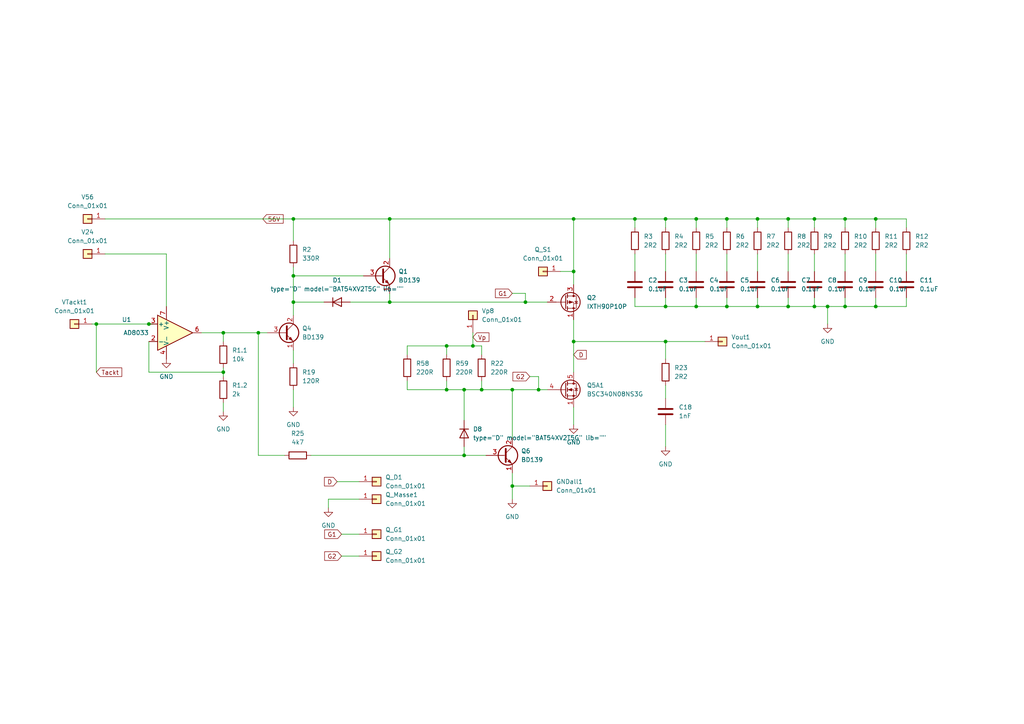
<source format=kicad_sch>
(kicad_sch (version 20230121) (generator eeschema)
  (paper "A4")
  (lib_symbols
    (symbol "Amplifier_Operational:AD8001AR" (pin_names (offset 0.127))
      (property "Reference" "U" (at 0 6.35 0))
      (property "Value" "AD8001AR" (at 0 3.81 0))
      (symbol "AD8001AR_0_1"
        (polyline (pts (xy -5.08 5.08) (xy 5.08 0) (xy -5.08 -5.08) (xy -5.08 5.08)) (stroke (width 0.254)) (fill (type background)))
      )
      (symbol "AD8001AR_1_1"
        (pin no_connect line (at -2.54 2.54 270) (length 2.54) hide (name "NC") (number "1"))
        (pin input line (at -7.62 -2.54 0) (length 2.54) (name "-") (number "2"))
        (pin input line (at -7.62 2.54 0) (length 2.54) (name "+") (number "3"))
        (pin power_in line (at -2.54 -7.62 90) (length 3.81) (name "V-") (number "4"))
        (pin no_connect line (at 0 2.54 270) (length 2.54) hide (name "NC") (number "5"))
        (pin output line (at 7.62 0 180) (length 2.54) (name "~") (number "6"))
        (pin power_in line (at -2.54 7.62 270) (length 3.81) (name "V+") (number "7"))
        (pin no_connect line (at 0 -2.54 90) (length 2.54) hide (name "NC") (number "8"))
      )
    )
    (symbol "Connector_Generic:Conn_01x01" (pin_names (offset 1.016) hide)
      (property "Reference" "J" (at 0 2.54 0))
      (property "Value" "Conn_01x01" (at 0 -2.54 0))
      (symbol "Conn_01x01_1_1"
        (rectangle (start -1.27 0.127) (end 0 -0.127) (stroke (width 0.1524)))
        (rectangle (start -1.27 1.27) (end 1.27 -1.27) (stroke (width 0.254)) (fill (type background)))
        (pin passive line (at -5.08 0 0) (length 3.81) (name "Pin_1") (number "1"))
      )
    )
    (symbol "Device:C" (pin_numbers hide) (pin_names (offset 0.254))
      (property "Reference" "C" (at 0.635 2.54 0))
      (property "Value" "C" (at 0.635 -2.54 0))
      (symbol "C_0_1"
        (polyline (pts (xy -2.032 -0.762) (xy 2.032 -0.762)) (stroke (width 0.508)))
        (polyline (pts (xy -2.032 0.762) (xy 2.032 0.762)) (stroke (width 0.508)))
      )
      (symbol "C_1_1"
        (pin passive line (at 0 3.81 270) (length 2.794) (name "~") (number "1"))
        (pin passive line (at 0 -3.81 90) (length 2.794) (name "~") (number "2"))
      )
    )
    (symbol "Device:Q_PMOS_SGD" (pin_names (offset 0) hide)
      (property "Reference" "Q" (at 5.08 1.27 0))
      (property "Value" "Q_PMOS_SGD" (at 5.08 -1.27 0))
      (symbol "Q_PMOS_SGD_0_1"
        (polyline (pts (xy 0.254 0) (xy -2.54 0)))
        (polyline (pts (xy 0.254 1.905) (xy 0.254 -1.905)) (stroke (width 0.254)))
        (polyline (pts (xy 0.762 -1.27) (xy 0.762 -2.286)) (stroke (width 0.254)))
        (polyline (pts (xy 0.762 0.508) (xy 0.762 -0.508)) (stroke (width 0.254)))
        (polyline (pts (xy 0.762 2.286) (xy 0.762 1.27)) (stroke (width 0.254)))
        (polyline (pts (xy 2.54 2.54) (xy 2.54 1.778)))
        (polyline (pts (xy 2.54 -2.54) (xy 2.54 0) (xy 0.762 0)))
        (polyline (pts (xy 0.762 1.778) (xy 3.302 1.778) (xy 3.302 -1.778) (xy 0.762 -1.778)))
        (polyline (pts (xy 2.286 0) (xy 1.27 0.381) (xy 1.27 -0.381) (xy 2.286 0)) (fill (type outline)))
        (polyline (pts (xy 2.794 -0.508) (xy 2.921 -0.381) (xy 3.683 -0.381) (xy 3.81 -0.254)))
        (polyline (pts (xy 3.302 -0.381) (xy 2.921 0.254) (xy 3.683 0.254) (xy 3.302 -0.381)))
        (circle (center 1.651 0) (radius 2.794) (stroke (width 0.254)))
        (circle (center 2.54 -1.778) (radius 0.254) (fill (type outline)))
        (circle (center 2.54 1.778) (radius 0.254) (fill (type outline)))
      )
      (symbol "Q_PMOS_SGD_1_1"
        (pin passive line (at 2.54 -5.08 90) (length 2.54) (name "S") (number "1"))
        (pin input line (at -5.08 0 0) (length 2.54) (name "G") (number "2"))
        (pin passive line (at 2.54 5.08 270) (length 2.54) (name "D") (number "3"))
      )
    )
    (symbol "Device:R" (pin_numbers hide) (pin_names (offset 0))
      (property "Reference" "R" (at 2.032 0 90))
      (property "Value" "R" (at 0 0 90))
      (symbol "R_0_1"
        (rectangle (start -1.016 -2.54) (end 1.016 2.54) (stroke (width 0.254)))
      )
      (symbol "R_1_1"
        (pin passive line (at 0 3.81 270) (length 1.27) (name "~") (number "1"))
        (pin passive line (at 0 -3.81 90) (length 1.27) (name "~") (number "2"))
      )
    )
    (symbol "Simulation_SPICE:DIODE" (pin_numbers hide) (pin_names (offset 1.016) hide)
      (property "Reference" "D" (at 0 2.54 0))
      (property "Value" "DIODE" (at 0 -2.54 0))
      (symbol "DIODE_0_1"
        (polyline (pts (xy 1.27 0) (xy -1.27 0)))
        (polyline (pts (xy 1.27 1.27) (xy 1.27 -1.27)) (stroke (width 0.254)))
        (polyline (pts (xy -1.27 -1.27) (xy -1.27 1.27) (xy 1.27 0) (xy -1.27 -1.27)) (stroke (width 0.254)))
      )
      (symbol "DIODE_1_1"
        (pin passive line (at -3.81 0 0) (length 2.54) (name "A") (number "1"))
        (pin passive line (at 3.81 0 180) (length 2.54) (name "K") (number "2"))
      )
    )
    (symbol "Transistor_BJT:BD139" (pin_names (offset 0) hide)
      (property "Reference" "Q" (at 5.08 1.905 0))
      (property "Value" "BD139" (at 5.08 0 0))
      (symbol "BD139_0_1"
        (polyline (pts (xy 0 0) (xy 0.635 0)))
        (polyline (pts (xy 2.54 -2.54) (xy 0.635 -0.635)))
        (polyline (pts (xy 2.54 2.54) (xy 0.635 0.635)))
        (polyline (pts (xy 0.635 1.905) (xy 0.635 -1.905) (xy 0.635 -1.905)) (stroke (width 0.508)) (fill (type outline)))
        (polyline (pts (xy 1.2446 -1.778) (xy 1.7526 -1.27) (xy 2.286 -2.286) (xy 1.2446 -1.778) (xy 1.2446 -1.778)) (fill (type outline)))
        (circle (center 1.27 0) (radius 2.8194) (stroke (width 0.3048)))
      )
      (symbol "BD139_1_1"
        (pin passive line (at 2.54 -5.08 90) (length 2.54) (name "E") (number "1"))
        (pin passive line (at 2.54 5.08 270) (length 2.54) (name "C") (number "2"))
        (pin input line (at -5.08 0 0) (length 5.08) (name "B") (number "3"))
      )
    )
    (symbol "Transistor_FET:BSC340N08NS3G" (pin_names hide)
      (property "Reference" "Q" (at 5.08 1.905 0))
      (property "Value" "BSC340N08NS3G" (at 5.08 0 0))
      (symbol "BSC340N08NS3G_0_1"
        (polyline (pts (xy 0.254 0) (xy -2.54 0)))
        (polyline (pts (xy 0.254 1.905) (xy 0.254 -1.905)) (stroke (width 0.254)))
        (polyline (pts (xy 0.762 -1.27) (xy 0.762 -2.286)) (stroke (width 0.254)))
        (polyline (pts (xy 0.762 0.508) (xy 0.762 -0.508)) (stroke (width 0.254)))
        (polyline (pts (xy 0.762 2.286) (xy 0.762 1.27)) (stroke (width 0.254)))
        (polyline (pts (xy 2.54 2.54) (xy 2.54 1.778)))
        (polyline (pts (xy 2.54 -2.54) (xy 2.54 0) (xy 0.762 0)))
        (polyline (pts (xy 0.762 -1.778) (xy 3.302 -1.778) (xy 3.302 1.778) (xy 0.762 1.778)))
        (polyline (pts (xy 1.016 0) (xy 2.032 0.381) (xy 2.032 -0.381) (xy 1.016 0)) (fill (type outline)))
        (polyline (pts (xy 2.794 0.508) (xy 2.921 0.381) (xy 3.683 0.381) (xy 3.81 0.254)))
        (polyline (pts (xy 3.302 0.381) (xy 2.921 -0.254) (xy 3.683 -0.254) (xy 3.302 0.381)))
        (circle (center 1.651 0) (radius 2.794) (stroke (width 0.254)))
        (circle (center 2.54 -1.778) (radius 0.254) (fill (type outline)))
        (circle (center 2.54 1.778) (radius 0.254) (fill (type outline)))
      )
      (symbol "BSC340N08NS3G_1_1"
        (pin passive line (at 2.54 -5.08 90) (length 2.54) (name "S") (number "1"))
        (pin passive line (at 2.54 -5.08 90) (length 2.54) hide (name "S") (number "2"))
        (pin passive line (at 2.54 -5.08 90) (length 2.54) hide (name "S") (number "3"))
        (pin passive line (at -5.08 0 0) (length 2.54) (name "G") (number "4"))
        (pin passive line (at 2.54 5.08 270) (length 2.54) (name "D") (number "5"))
      )
    )
    (symbol "power:GND" (power) (pin_names (offset 0))
      (property "Value" "GND" (at 0 -3.81 0))
      (symbol "GND_0_1"
        (polyline (pts (xy 0 0) (xy 0 -1.27) (xy 1.27 -1.27) (xy 0 -2.54) (xy -1.27 -1.27) (xy 0 -1.27)))
      )
      (symbol "GND_1_1"
        (pin power_in line (at 0 0 270) (length 0) hide (name "GND") (number "1"))
      )
    )
  )
  (junction (at 254 88.9))
  (junction (at 219.71 88.9))
  (junction (at 156.21 113.03))
  (junction (at 166.37 63.5))
  (junction (at 148.59 140.97))
  (junction (at 85.09 87.63))
  (junction (at 166.37 78.74))
  (junction (at 64.77 96.52))
  (junction (at 236.22 63.5))
  (junction (at 193.04 88.9))
  (junction (at 134.62 132.08))
  (junction (at 113.03 87.63))
  (junction (at 228.6 88.9))
  (junction (at 236.22 88.9))
  (junction (at 27.94 93.98))
  (junction (at 245.11 63.5))
  (junction (at 219.71 63.5))
  (junction (at 85.09 80.01))
  (junction (at 201.93 63.5))
  (junction (at 139.7 113.03))
  (junction (at 166.37 99.06))
  (junction (at 184.15 63.5))
  (junction (at 193.04 63.5))
  (junction (at 210.82 88.9))
  (junction (at 113.03 63.5))
  (junction (at 148.59 113.03))
  (junction (at 85.09 63.5))
  (junction (at 245.11 88.9))
  (junction (at 193.04 99.06))
  (junction (at 137.16 100.33))
  (junction (at 254 63.5))
  (junction (at 74.93 96.52))
  (junction (at 201.93 88.9))
  (junction (at 64.77 107.95))
  (junction (at 240.03 88.9))
  (junction (at 129.54 113.03))
  (junction (at 210.82 63.5))
  (junction (at 152.4 87.63))
  (junction (at 134.62 113.03))
  (junction (at 129.54 100.33))
  (junction (at 43.18 93.98))
  (junction (at 228.6 63.5))
  (wire (pts (xy 148.59 85.09) (xy 152.4 85.09)))
  (wire (pts (xy 85.09 77.47) (xy 85.09 80.01)))
  (wire (pts (xy 85.09 63.5) (xy 85.09 69.85)))
  (wire (pts (xy 201.93 63.5) (xy 193.04 63.5)))
  (wire (pts (xy 134.62 129.54) (xy 134.62 132.08)))
  (wire (pts (xy 113.03 87.63) (xy 152.4 87.63)))
  (wire (pts (xy 113.03 63.5) (xy 113.03 74.93)))
  (wire (pts (xy 228.6 73.66) (xy 228.6 78.74)))
  (wire (pts (xy 156.21 109.22) (xy 156.21 113.03)))
  (wire (pts (xy 236.22 86.36) (xy 236.22 88.9)))
  (wire (pts (xy 262.89 63.5) (xy 254 63.5)))
  (wire (pts (xy 184.15 88.9) (xy 193.04 88.9)))
  (wire (pts (xy 134.62 132.08) (xy 140.97 132.08)))
  (wire (pts (xy 240.03 88.9) (xy 245.11 88.9)))
  (wire (pts (xy 228.6 88.9) (xy 236.22 88.9)))
  (wire (pts (xy 184.15 73.66) (xy 184.15 78.74)))
  (wire (pts (xy 156.21 113.03) (xy 158.75 113.03)))
  (wire (pts (xy 236.22 88.9) (xy 240.03 88.9)))
  (wire (pts (xy 166.37 63.5) (xy 113.03 63.5)))
  (wire (pts (xy 43.18 107.95) (xy 64.77 107.95)))
  (wire (pts (xy 193.04 88.9) (xy 201.93 88.9)))
  (wire (pts (xy 193.04 123.19) (xy 193.04 129.54)))
  (wire (pts (xy 254 88.9) (xy 262.89 88.9)))
  (wire (pts (xy 193.04 104.14) (xy 193.04 99.06)))
  (wire (pts (xy 85.09 87.63) (xy 93.98 87.63)))
  (wire (pts (xy 99.06 154.94) (xy 104.14 154.94)))
  (wire (pts (xy 139.7 100.33) (xy 139.7 102.87)))
  (wire (pts (xy 245.11 86.36) (xy 245.11 88.9)))
  (wire (pts (xy 85.09 63.5) (xy 113.03 63.5)))
  (wire (pts (xy 254 63.5) (xy 254 66.04)))
  (wire (pts (xy 97.79 139.7) (xy 104.14 139.7)))
  (wire (pts (xy 74.93 96.52) (xy 77.47 96.52)))
  (wire (pts (xy 82.55 132.08) (xy 74.93 132.08)))
  (wire (pts (xy 219.71 86.36) (xy 219.71 88.9)))
  (wire (pts (xy 95.25 144.78) (xy 104.14 144.78)))
  (wire (pts (xy 236.22 73.66) (xy 236.22 78.74)))
  (wire (pts (xy 43.18 99.06) (xy 43.18 107.95)))
  (wire (pts (xy 166.37 63.5) (xy 184.15 63.5)))
  (wire (pts (xy 245.11 63.5) (xy 236.22 63.5)))
  (wire (pts (xy 148.59 113.03) (xy 148.59 127)))
  (wire (pts (xy 148.59 137.16) (xy 148.59 140.97)))
  (wire (pts (xy 148.59 140.97) (xy 153.67 140.97)))
  (wire (pts (xy 210.82 63.5) (xy 210.82 66.04)))
  (wire (pts (xy 210.82 88.9) (xy 219.71 88.9)))
  (wire (pts (xy 134.62 113.03) (xy 129.54 113.03)))
  (wire (pts (xy 148.59 140.97) (xy 148.59 144.78)))
  (wire (pts (xy 193.04 63.5) (xy 184.15 63.5)))
  (wire (pts (xy 129.54 110.49) (xy 129.54 113.03)))
  (wire (pts (xy 219.71 88.9) (xy 228.6 88.9)))
  (wire (pts (xy 139.7 113.03) (xy 134.62 113.03)))
  (wire (pts (xy 193.04 73.66) (xy 193.04 78.74)))
  (wire (pts (xy 166.37 99.06) (xy 166.37 107.95)))
  (wire (pts (xy 228.6 86.36) (xy 228.6 88.9)))
  (wire (pts (xy 148.59 113.03) (xy 156.21 113.03)))
  (wire (pts (xy 193.04 63.5) (xy 193.04 66.04)))
  (wire (pts (xy 152.4 85.09) (xy 152.4 87.63)))
  (wire (pts (xy 201.93 86.36) (xy 201.93 88.9)))
  (wire (pts (xy 129.54 100.33) (xy 137.16 100.33)))
  (wire (pts (xy 166.37 63.5) (xy 166.37 78.74)))
  (wire (pts (xy 254 73.66) (xy 254 78.74)))
  (wire (pts (xy 210.82 63.5) (xy 201.93 63.5)))
  (wire (pts (xy 85.09 87.63) (xy 85.09 91.44)))
  (wire (pts (xy 134.62 113.03) (xy 134.62 121.92)))
  (wire (pts (xy 64.77 106.68) (xy 64.77 107.95)))
  (wire (pts (xy 201.93 88.9) (xy 210.82 88.9)))
  (wire (pts (xy 245.11 88.9) (xy 254 88.9)))
  (wire (pts (xy 27.94 93.98) (xy 43.18 93.98)))
  (wire (pts (xy 113.03 85.09) (xy 113.03 87.63)))
  (wire (pts (xy 245.11 63.5) (xy 245.11 66.04)))
  (wire (pts (xy 139.7 110.49) (xy 139.7 113.03)))
  (wire (pts (xy 262.89 88.9) (xy 262.89 86.36)))
  (wire (pts (xy 262.89 73.66) (xy 262.89 78.74)))
  (wire (pts (xy 27.94 93.98) (xy 27.94 107.95)))
  (wire (pts (xy 193.04 86.36) (xy 193.04 88.9)))
  (wire (pts (xy 137.16 100.33) (xy 139.7 100.33)))
  (wire (pts (xy 64.77 96.52) (xy 64.77 99.06)))
  (wire (pts (xy 26.67 93.98) (xy 27.94 93.98)))
  (wire (pts (xy 118.11 102.87) (xy 118.11 100.33)))
  (wire (pts (xy 85.09 101.6) (xy 85.09 105.41)))
  (wire (pts (xy 254 86.36) (xy 254 88.9)))
  (wire (pts (xy 90.17 132.08) (xy 134.62 132.08)))
  (wire (pts (xy 99.06 161.29) (xy 104.14 161.29)))
  (wire (pts (xy 193.04 99.06) (xy 204.47 99.06)))
  (wire (pts (xy 58.42 96.52) (xy 64.77 96.52)))
  (wire (pts (xy 48.26 73.66) (xy 48.26 88.9)))
  (wire (pts (xy 228.6 63.5) (xy 228.6 66.04)))
  (wire (pts (xy 129.54 113.03) (xy 118.11 113.03)))
  (wire (pts (xy 139.7 113.03) (xy 148.59 113.03)))
  (wire (pts (xy 85.09 113.03) (xy 85.09 118.11)))
  (wire (pts (xy 85.09 80.01) (xy 85.09 87.63)))
  (wire (pts (xy 166.37 92.71) (xy 166.37 99.06)))
  (wire (pts (xy 166.37 118.11) (xy 166.37 123.19)))
  (wire (pts (xy 118.11 110.49) (xy 118.11 113.03)))
  (wire (pts (xy 137.16 96.52) (xy 137.16 100.33)))
  (wire (pts (xy 210.82 86.36) (xy 210.82 88.9)))
  (wire (pts (xy 152.4 87.63) (xy 158.75 87.63)))
  (wire (pts (xy 30.48 73.66) (xy 48.26 73.66)))
  (wire (pts (xy 64.77 96.52) (xy 74.93 96.52)))
  (wire (pts (xy 95.25 147.32) (xy 95.25 144.78)))
  (wire (pts (xy 64.77 116.84) (xy 64.77 119.38)))
  (wire (pts (xy 74.93 96.52) (xy 74.93 132.08)))
  (wire (pts (xy 166.37 99.06) (xy 193.04 99.06)))
  (wire (pts (xy 184.15 86.36) (xy 184.15 88.9)))
  (wire (pts (xy 254 63.5) (xy 245.11 63.5)))
  (wire (pts (xy 201.93 73.66) (xy 201.93 78.74)))
  (wire (pts (xy 101.6 87.63) (xy 113.03 87.63)))
  (wire (pts (xy 162.56 78.74) (xy 166.37 78.74)))
  (wire (pts (xy 30.48 63.5) (xy 85.09 63.5)))
  (wire (pts (xy 64.77 107.95) (xy 64.77 109.22)))
  (wire (pts (xy 129.54 100.33) (xy 129.54 102.87)))
  (wire (pts (xy 245.11 73.66) (xy 245.11 78.74)))
  (wire (pts (xy 262.89 66.04) (xy 262.89 63.5)))
  (wire (pts (xy 85.09 80.01) (xy 105.41 80.01)))
  (wire (pts (xy 236.22 63.5) (xy 228.6 63.5)))
  (wire (pts (xy 44.45 93.98) (xy 43.18 93.98)))
  (wire (pts (xy 166.37 78.74) (xy 166.37 82.55)))
  (wire (pts (xy 236.22 63.5) (xy 236.22 66.04)))
  (wire (pts (xy 184.15 63.5) (xy 184.15 66.04)))
  (wire (pts (xy 219.71 63.5) (xy 219.71 66.04)))
  (wire (pts (xy 193.04 111.76) (xy 193.04 115.57)))
  (wire (pts (xy 201.93 63.5) (xy 201.93 66.04)))
  (wire (pts (xy 210.82 73.66) (xy 210.82 78.74)))
  (wire (pts (xy 219.71 73.66) (xy 219.71 78.74)))
  (wire (pts (xy 118.11 100.33) (xy 129.54 100.33)))
  (wire (pts (xy 240.03 88.9) (xy 240.03 93.98)))
  (wire (pts (xy 153.67 109.22) (xy 156.21 109.22)))
  (wire (pts (xy 219.71 63.5) (xy 210.82 63.5)))
  (wire (pts (xy 228.6 63.5) (xy 219.71 63.5)))
  (global_label "G1" (shape input) (at 148.59 85.09 180) (property "Intersheetrefs" "${INTERSHEET_REFS}" (effects hide)))
  (global_label "Vp" (shape input) (at 137.16 97.79 0) (property "Intersheetrefs" "${INTERSHEET_REFS}" (effects hide)))
  (global_label "G1" (shape input) (at 99.06 154.94 180) (property "Intersheetrefs" "${INTERSHEET_REFS}" (effects hide)))
  (global_label "56V" (shape input) (at 76.2 63.5 0) (property "Intersheetrefs" "${INTERSHEET_REFS}" (effects hide)))
  (global_label "G2" (shape input) (at 99.06 161.29 180) (property "Intersheetrefs" "${INTERSHEET_REFS}" (effects hide)))
  (global_label "D" (shape input) (at 166.37 102.87 0) (property "Intersheetrefs" "${INTERSHEET_REFS}" (effects hide)))
  (global_label "G2" (shape input) (at 153.67 109.22 180) (property "Intersheetrefs" "${INTERSHEET_REFS}" (effects hide)))
  (global_label "Tackt" (shape input) (at 27.94 107.95 0) (property "Intersheetrefs" "${INTERSHEET_REFS}" (effects hide)))
  (global_label "D" (shape input) (at 97.79 139.7 180) (property "Intersheetrefs" "${INTERSHEET_REFS}" (effects hide)))
  (symbol (lib_id "Transistor_BJT:BD139") (at 82.55 96.52 0) (unit 1)
    (property "Reference" "Q4" (at 87.63 95.2499 0) (effects (justify left)))
    (property "Value" "BD139" (at 87.63 97.7899 0) (effects (justify left)))
    (property "Footprint" "Package_TO_SOT_THT:TO-126-3_Vertical" (effects hide))
    (property "Datasheet" "http://www.st.com/internet/com/TECHNICAL_RESOURCES/TECHNICAL_LITERATURE/DATASHEET/CD00001225.pdf" (effects hide))
  )
  (symbol (lib_id "Connector_Generic:Conn_01x01") (at 157.48 78.74 180) (unit 1)
    (property "Reference" "Q_S1" (at 157.48 72.39 0))
    (property "Value" "Conn_01x01" (at 157.48 74.93 0))
    (property "Footprint" "Connector_PinHeader_2.54mm:PinHeader_1x01_P2.54mm_Vertical" (effects hide))
  )
  (symbol (lib_id "Connector_Generic:Conn_01x01") (at 21.59 93.98 180) (unit 1)
    (property "Reference" "VTackt1" (at 21.59 87.63 0))
    (property "Value" "Conn_01x01" (at 21.59 90.17 0))
    (property "Footprint" "Connector:Banana_Jack_1Pin" (effects hide))
  )
  (symbol (lib_id "power:GND") (at 48.26 104.14 0) (unit 1)
    (property "Reference" "#PWR01" (effects hide))
    (property "Value" "GND" (at 48.26 109.22 0))
  )
  (symbol (lib_id "Device:C") (at 254 82.55 0) (unit 1)
    (property "Reference" "C10" (at 257.81 81.2799 0) (effects (justify left)))
    (property "Value" "0.1uF" (at 257.81 83.8199 0) (effects (justify left)))
    (property "Footprint" "Capacitor_SMD:C_0805_2012Metric" (effects hide))
  )
  (symbol (lib_id "Connector_Generic:Conn_01x01") (at 109.22 139.7 0) (unit 1)
    (property "Reference" "Q_D1" (at 111.76 138.4299 0) (effects (justify left)))
    (property "Value" "Conn_01x01" (at 111.76 140.9699 0) (effects (justify left)))
    (property "Footprint" "Connector_PinHeader_2.54mm:PinHeader_1x01_P2.54mm_Vertical" (effects hide))
  )
  (symbol (lib_id "Device:C") (at 228.6 82.55 0) (unit 1)
    (property "Reference" "C7" (at 232.41 81.2799 0) (effects (justify left)))
    (property "Value" "0.1uF" (at 232.41 83.8199 0) (effects (justify left)))
    (property "Footprint" "Capacitor_SMD:C_0805_2012Metric" (effects hide))
  )
  (symbol (lib_id "Connector_Generic:Conn_01x01") (at 137.16 91.44 90) (unit 1)
    (property "Reference" "Vp8" (at 139.7 90.1699 90) (effects (justify right)))
    (property "Value" "Conn_01x01" (at 139.7 92.7099 90) (effects (justify right)))
    (property "Footprint" "Connector:Banana_Jack_1Pin" (effects hide))
  )
  (symbol (lib_id "power:GND") (at 166.37 123.19 0) (unit 1)
    (property "Reference" "#PWR0102" (effects hide))
    (property "Value" "GND" (at 166.37 128.27 0))
  )
  (symbol (lib_id "Connector_Generic:Conn_01x01") (at 109.22 144.78 0) (unit 1)
    (property "Reference" "Q_Masse1" (at 111.76 143.5099 0) (effects (justify left)))
    (property "Value" "Conn_01x01" (at 111.76 146.0499 0) (effects (justify left)))
    (property "Footprint" "Connector_PinHeader_2.54mm:PinHeader_1x01_P2.54mm_Vertical" (effects hide))
  )
  (symbol (lib_id "power:GND") (at 64.77 119.38 0) (unit 1)
    (property "Reference" "#PWR02" (effects hide))
    (property "Value" "GND" (at 64.77 124.46 0))
  )
  (symbol (lib_id "Amplifier_Operational:AD8001AR") (at 50.8 96.52 0) (unit 1)
    (property "Reference" "U1" (at 38.1 92.71 0) (effects (justify right)))
    (property "Value" "AD8033" (at 43.18 96.52 0) (effects (justify right)))
    (property "Footprint" "Package_SO:SOIC-8_3.9x4.9mm_P1.27mm" (effects hide))
    (property "Datasheet" "https://www.analog.com/media/en/technical-documentation/data-sheets/ad8001.pdf" (effects hide))
  )
  (symbol (lib_id "Device:R") (at 64.77 113.03 0) (unit 1)
    (property "Reference" "R1.2" (at 67.31 111.76 0) (effects (justify left)))
    (property "Value" "2k" (at 67.31 114.3 0) (effects (justify left)))
    (property "Footprint" "Resistor_SMD:R_0805_2012Metric" (effects hide))
  )
  (symbol (lib_id "Device:R") (at 219.71 69.85 0) (unit 1)
    (property "Reference" "R7" (at 222.25 68.5799 0) (effects (justify left)))
    (property "Value" "2R2" (at 222.25 71.1199 0) (effects (justify left)))
    (property "Footprint" "Resistor_SMD:R_2512_6332Metric" (effects hide))
  )
  (symbol (lib_id "Connector_Generic:Conn_01x01") (at 209.55 99.06 0) (unit 1)
    (property "Reference" "Vout1" (at 212.09 97.7899 0) (effects (justify left)))
    (property "Value" "Conn_01x01" (at 212.09 100.3299 0) (effects (justify left)))
    (property "Footprint" "Connector:Banana_Jack_1Pin" (effects hide))
  )
  (symbol (lib_id "Device:R") (at 201.93 69.85 0) (unit 1)
    (property "Reference" "R5" (at 204.47 68.5799 0) (effects (justify left)))
    (property "Value" "2R2" (at 204.47 71.1199 0) (effects (justify left)))
    (property "Footprint" "Resistor_SMD:R_2512_6332Metric" (effects hide))
  )
  (symbol (lib_id "power:GND") (at 193.04 129.54 0) (unit 1)
    (property "Reference" "#PWR0104" (effects hide))
    (property "Value" "GND" (at 193.04 134.62 0))
  )
  (symbol (lib_id "Device:C") (at 201.93 82.55 0) (unit 1)
    (property "Reference" "C4" (at 205.74 81.2799 0) (effects (justify left)))
    (property "Value" "0.1uF" (at 205.74 83.8199 0) (effects (justify left)))
    (property "Footprint" "Capacitor_SMD:C_0805_2012Metric" (effects hide))
  )
  (symbol (lib_id "Transistor_BJT:BD139") (at 146.05 132.08 0) (unit 1)
    (property "Reference" "Q6" (at 151.13 130.8099 0) (effects (justify left)))
    (property "Value" "BD139" (at 151.13 133.3499 0) (effects (justify left)))
    (property "Footprint" "Package_TO_SOT_THT:TO-126-3_Vertical" (effects hide))
    (property "Datasheet" "http://www.st.com/internet/com/TECHNICAL_RESOURCES/TECHNICAL_LITERATURE/DATASHEET/CD00001225.pdf" (effects hide))
  )
  (symbol (lib_id "Device:R") (at 184.15 69.85 0) (unit 1)
    (property "Reference" "R3" (at 186.69 68.5799 0) (effects (justify left)))
    (property "Value" "2R2" (at 186.69 71.1199 0) (effects (justify left)))
    (property "Footprint" "Resistor_SMD:R_2512_6332Metric" (effects hide))
  )
  (symbol (lib_id "Device:R") (at 193.04 107.95 0) (unit 1)
    (property "Reference" "R23" (at 195.58 106.6799 0) (effects (justify left)))
    (property "Value" "2R2" (at 195.58 109.2199 0) (effects (justify left)))
    (property "Footprint" "Resistor_SMD:R_0805_2012Metric" (effects hide))
  )
  (symbol (lib_id "Connector_Generic:Conn_01x01") (at 109.22 154.94 0) (unit 1)
    (property "Reference" "Q_G1" (at 111.76 153.6699 0) (effects (justify left)))
    (property "Value" "Conn_01x01" (at 111.76 156.2099 0) (effects (justify left)))
    (property "Footprint" "Connector_PinHeader_2.54mm:PinHeader_1x01_P2.54mm_Vertical" (effects hide))
  )
  (symbol (lib_id "power:GND") (at 240.03 93.98 0) (unit 1)
    (property "Reference" "#PWR0106" (effects hide))
    (property "Value" "GND" (at 240.03 99.06 0))
  )
  (symbol (lib_id "Device:C") (at 193.04 82.55 0) (unit 1)
    (property "Reference" "C3" (at 196.85 81.2799 0) (effects (justify left)))
    (property "Value" "0.1uF" (at 196.85 83.8199 0) (effects (justify left)))
    (property "Footprint" "Capacitor_SMD:C_0805_2012Metric" (effects hide))
  )
  (symbol (lib_id "Connector_Generic:Conn_01x01") (at 25.4 63.5 180) (unit 1)
    (property "Reference" "V56" (at 25.4 57.15 0))
    (property "Value" "Conn_01x01" (at 25.4 59.69 0))
    (property "Footprint" "Connector:Banana_Jack_1Pin" (effects hide))
  )
  (symbol (lib_id "Device:Q_PMOS_SGD") (at 163.83 87.63 0) (unit 1)
    (property "Reference" "Q2" (at 170.18 86.3599 0) (effects (justify left)))
    (property "Value" "IXTH90P10P" (at 170.18 88.8999 0) (effects (justify left)))
    (property "Footprint" "Library:TO-247-3_MOSFET" (effects hide))
  )
  (symbol (lib_id "Device:R") (at 262.89 69.85 0) (unit 1)
    (property "Reference" "R12" (at 265.43 68.5799 0) (effects (justify left)))
    (property "Value" "2R2" (at 265.43 71.1199 0) (effects (justify left)))
    (property "Footprint" "Resistor_SMD:R_2512_6332Metric" (effects hide))
  )
  (symbol (lib_id "Device:C") (at 210.82 82.55 0) (unit 1)
    (property "Reference" "C5" (at 214.63 81.2799 0) (effects (justify left)))
    (property "Value" "0.1uF" (at 214.63 83.8199 0) (effects (justify left)))
    (property "Footprint" "Capacitor_SMD:C_0805_2012Metric" (effects hide))
  )
  (symbol (lib_id "Device:C") (at 219.71 82.55 0) (unit 1)
    (property "Reference" "C6" (at 223.52 81.2799 0) (effects (justify left)))
    (property "Value" "0.1uF" (at 223.52 83.8199 0) (effects (justify left)))
    (property "Footprint" "Capacitor_SMD:C_0805_2012Metric" (effects hide))
  )
  (symbol (lib_id "Device:C") (at 193.04 119.38 0) (unit 1)
    (property "Reference" "C18" (at 196.85 118.1099 0) (effects (justify left)))
    (property "Value" "1nF" (at 196.85 120.6499 0) (effects (justify left)))
    (property "Footprint" "Capacitor_SMD:C_0805_2012Metric" (effects hide))
  )
  (symbol (lib_id "Device:R") (at 129.54 106.68 0) (unit 1)
    (property "Reference" "R59" (at 132.08 105.4099 0) (effects (justify left)))
    (property "Value" "220R" (at 132.08 107.9499 0) (effects (justify left)))
    (property "Footprint" "Resistor_SMD:R_1210_3225Metric" (effects hide))
  )
  (symbol (lib_id "Device:R") (at 118.11 106.68 0) (unit 1)
    (property "Reference" "R58" (at 120.65 105.4099 0) (effects (justify left)))
    (property "Value" "220R" (at 120.65 107.9499 0) (effects (justify left)))
    (property "Footprint" "Resistor_SMD:R_1210_3225Metric" (effects hide))
  )
  (symbol (lib_id "Device:R") (at 86.36 132.08 90) (unit 1)
    (property "Reference" "R25" (at 86.36 125.73 90))
    (property "Value" "4k7" (at 86.36 128.27 90))
    (property "Footprint" "Resistor_SMD:R_0805_2012Metric" (effects hide))
  )
  (symbol (lib_id "Device:R") (at 210.82 69.85 0) (unit 1)
    (property "Reference" "R6" (at 213.36 68.5799 0) (effects (justify left)))
    (property "Value" "2R2" (at 213.36 71.1199 0) (effects (justify left)))
    (property "Footprint" "Resistor_SMD:R_2512_6332Metric" (effects hide))
  )
  (symbol (lib_id "Device:C") (at 236.22 82.55 0) (unit 1)
    (property "Reference" "C8" (at 240.03 81.2799 0) (effects (justify left)))
    (property "Value" "0.1uF" (at 240.03 83.8199 0) (effects (justify left)))
    (property "Footprint" "Capacitor_SMD:C_0805_2012Metric" (effects hide))
  )
  (symbol (lib_id "Device:R") (at 245.11 69.85 0) (unit 1)
    (property "Reference" "R10" (at 247.65 68.5799 0) (effects (justify left)))
    (property "Value" "2R2" (at 247.65 71.1199 0) (effects (justify left)))
    (property "Footprint" "Resistor_SMD:R_2512_6332Metric" (effects hide))
  )
  (symbol (lib_id "Device:R") (at 139.7 106.68 0) (unit 1)
    (property "Reference" "R22" (at 142.24 105.4099 0) (effects (justify left)))
    (property "Value" "220R" (at 142.24 107.9499 0) (effects (justify left)))
    (property "Footprint" "Resistor_SMD:R_1210_3225Metric" (effects hide))
  )
  (symbol (lib_id "Connector_Generic:Conn_01x01") (at 25.4 73.66 180) (unit 1)
    (property "Reference" "V24" (at 25.4 67.31 0))
    (property "Value" "Conn_01x01" (at 25.4 69.85 0))
    (property "Footprint" "Connector:Banana_Jack_1Pin" (effects hide))
  )
  (symbol (lib_id "Device:C") (at 245.11 82.55 0) (unit 1)
    (property "Reference" "C9" (at 248.92 81.2799 0) (effects (justify left)))
    (property "Value" "0.1uF" (at 248.92 83.8199 0) (effects (justify left)))
    (property "Footprint" "Capacitor_SMD:C_0805_2012Metric" (effects hide))
  )
  (symbol (lib_id "Transistor_FET:BSC340N08NS3G") (at 163.83 113.03 0) (unit 1)
    (property "Reference" "Q5A1" (at 170.18 111.7599 0) (effects (justify left)))
    (property "Value" "BSC340N08NS3G" (at 170.18 114.2999 0) (effects (justify left)))
    (property "Footprint" "Package_TO_SOT_SMD:TDSON-8-1" (effects hide))
    (property "Datasheet" "http://www.infineon.com/dgdl/Infineon-BSC340N08NS3G-DS-v02_06-en.pdf?fileId=db3a30431add1d95011ae81c21f2563a" (effects hide))
  )
  (symbol (lib_id "Device:R") (at 64.77 102.87 0) (unit 1)
    (property "Reference" "R1.1" (at 67.31 101.6 0) (effects (justify left)))
    (property "Value" "10k" (at 67.31 104.14 0) (effects (justify left)))
    (property "Footprint" "Resistor_SMD:R_0805_2012Metric" (effects hide))
  )
  (symbol (lib_id "Device:R") (at 236.22 69.85 0) (unit 1)
    (property "Reference" "R9" (at 238.76 68.5799 0) (effects (justify left)))
    (property "Value" "2R2" (at 238.76 71.1199 0) (effects (justify left)))
    (property "Footprint" "Resistor_SMD:R_2512_6332Metric" (effects hide))
  )
  (symbol (lib_id "Simulation_SPICE:DIODE") (at 134.62 125.73 90) (unit 1)
    (property "Reference" "D8" (at 137.16 124.4599 90) (effects (justify right)))
    (property "Value" "${SIM.PARAMS}" (at 137.16 126.9999 90) (effects (justify right)))
    (property "Footprint" "Library:D_SOD-523_new" (effects hide))
    (property "Sim.Device" "SPICE" (effects hide))
    (property "Sim.Params" "type=\"D\" model=\"BAT54XV2T5G\" lib=\"\"" (effects hide))
    (property "Sim.Pins" "1=1 2=2" (effects hide))
  )
  (symbol (lib_id "Device:R") (at 85.09 109.22 0) (unit 1)
    (property "Reference" "R19" (at 87.63 107.9499 0) (effects (justify left)))
    (property "Value" "120R" (at 87.63 110.4899 0) (effects (justify left)))
    (property "Footprint" "Resistor_SMD:R_1206_3216Metric" (effects hide))
  )
  (symbol (lib_id "Device:C") (at 184.15 82.55 0) (unit 1)
    (property "Reference" "C2" (at 187.96 81.2799 0) (effects (justify left)))
    (property "Value" "0.1uF" (at 187.96 83.8199 0) (effects (justify left)))
    (property "Footprint" "Capacitor_SMD:C_0805_2012Metric" (effects hide))
  )
  (symbol (lib_id "Device:R") (at 254 69.85 0) (unit 1)
    (property "Reference" "R11" (at 256.54 68.5799 0) (effects (justify left)))
    (property "Value" "2R2" (at 256.54 71.1199 0) (effects (justify left)))
    (property "Footprint" "Resistor_SMD:R_2512_6332Metric" (effects hide))
  )
  (symbol (lib_id "power:GND") (at 95.25 147.32 0) (unit 1)
    (property "Reference" "#PWR0105" (effects hide))
    (property "Value" "GND" (at 95.25 152.4 0))
  )
  (symbol (lib_id "power:GND") (at 148.59 144.78 0) (unit 1)
    (property "Reference" "#PWR0103" (effects hide))
    (property "Value" "GND" (at 148.59 149.86 0))
  )
  (symbol (lib_id "Simulation_SPICE:DIODE") (at 97.79 87.63 180) (unit 1)
    (property "Reference" "D1" (at 97.79 81.28 0))
    (property "Value" "${SIM.PARAMS}" (at 97.79 83.82 0))
    (property "Footprint" "Library:D_SOD-523_new" (effects hide))
    (property "Sim.Device" "SPICE" (effects hide))
    (property "Sim.Params" "type=\"D\" model=\"BAT54XV2T5G\" lib=\"\"" (effects hide))
    (property "Sim.Pins" "1=1 2=2" (effects hide))
  )
  (symbol (lib_id "Device:R") (at 193.04 69.85 0) (unit 1)
    (property "Reference" "R4" (at 195.58 68.5799 0) (effects (justify left)))
    (property "Value" "2R2" (at 195.58 71.1199 0) (effects (justify left)))
    (property "Footprint" "Resistor_SMD:R_2512_6332Metric" (effects hide))
  )
  (symbol (lib_id "Device:R") (at 228.6 69.85 0) (unit 1)
    (property "Reference" "R8" (at 231.14 68.5799 0) (effects (justify left)))
    (property "Value" "2R2" (at 231.14 71.1199 0) (effects (justify left)))
    (property "Footprint" "Resistor_SMD:R_2512_6332Metric" (effects hide))
  )
  (symbol (lib_id "power:GND") (at 85.09 118.11 0) (unit 1)
    (property "Reference" "#PWR0101" (effects hide))
    (property "Value" "GND" (at 85.09 123.19 0))
  )
  (symbol (lib_id "Device:C") (at 262.89 82.55 0) (unit 1)
    (property "Reference" "C11" (at 266.7 81.2799 0) (effects (justify left)))
    (property "Value" "0.1uF" (at 266.7 83.8199 0) (effects (justify left)))
    (property "Footprint" "Capacitor_SMD:C_0805_2012Metric" (effects hide))
  )
  (symbol (lib_id "Transistor_BJT:BD139") (at 110.49 80.01 0) (unit 1)
    (property "Reference" "Q1" (at 115.57 78.7399 0) (effects (justify left)))
    (property "Value" "BD139" (at 115.57 81.2799 0) (effects (justify left)))
    (property "Footprint" "Package_TO_SOT_THT:TO-126-3_Vertical" (effects hide))
    (property "Datasheet" "http://www.st.com/internet/com/TECHNICAL_RESOURCES/TECHNICAL_LITERATURE/DATASHEET/CD00001225.pdf" (effects hide))
  )
  (symbol (lib_id "Connector_Generic:Conn_01x01") (at 109.22 161.29 0) (unit 1)
    (property "Reference" "Q_G2" (at 111.76 160.0199 0) (effects (justify left)))
    (property "Value" "Conn_01x01" (at 111.76 162.5599 0) (effects (justify left)))
    (property "Footprint" "Connector_PinHeader_2.54mm:PinHeader_1x01_P2.54mm_Vertical" (effects hide))
  )
  (symbol (lib_id "Connector_Generic:Conn_01x01") (at 158.75 140.97 0) (unit 1)
    (property "Reference" "GNDall1" (at 161.29 139.6999 0) (effects (justify left)))
    (property "Value" "Conn_01x01" (at 161.29 142.2399 0) (effects (justify left)))
    (property "Footprint" "Connector:Banana_Jack_1Pin" (effects hide))
  )
  (symbol (lib_id "Device:R") (at 85.09 73.66 0) (unit 1)
    (property "Reference" "R2" (at 87.63 72.3899 0) (effects (justify left)))
    (property "Value" "330R" (at 87.63 74.9299 0) (effects (justify left)))
    (property "Footprint" "Resistor_SMD:R_1210_3225Metric" (effects hide))
  )
)
</source>
